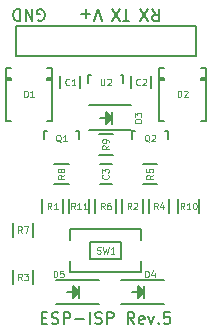
<source format=gto>
G04 #@! TF.FileFunction,Legend,Top*
%FSLAX46Y46*%
G04 Gerber Fmt 4.6, Leading zero omitted, Abs format (unit mm)*
G04 Created by KiCad (PCBNEW 4.0.5) date Sat Mar 11 22:07:51 2017*
%MOMM*%
%LPD*%
G01*
G04 APERTURE LIST*
%ADD10C,0.101600*%
%ADD11C,0.200000*%
%ADD12C,0.150000*%
%ADD13C,0.152400*%
%ADD14C,0.125000*%
%ADD15O,2.000000X1.500000*%
%ADD16R,1.500000X1.500000*%
%ADD17O,2.032000X2.032000*%
%ADD18R,2.032000X2.032000*%
%ADD19R,2.500000X2.000000*%
%ADD20R,1.300000X0.700000*%
%ADD21R,0.700000X1.300000*%
%ADD22R,1.250000X1.000000*%
%ADD23R,0.800100X0.800100*%
%ADD24R,1.000000X1.250000*%
%ADD25R,1.597660X1.800860*%
G04 APERTURE END LIST*
D10*
D11*
X55916666Y-24547619D02*
X56250000Y-25023810D01*
X56488095Y-24547619D02*
X56488095Y-25547619D01*
X56107142Y-25547619D01*
X56011904Y-25500000D01*
X55964285Y-25452381D01*
X55916666Y-25357143D01*
X55916666Y-25214286D01*
X55964285Y-25119048D01*
X56011904Y-25071429D01*
X56107142Y-25023810D01*
X56488095Y-25023810D01*
X55583333Y-25547619D02*
X54916666Y-24547619D01*
X54916666Y-25547619D02*
X55583333Y-24547619D01*
X54011905Y-25547619D02*
X53440476Y-25547619D01*
X53726191Y-24547619D02*
X53726191Y-25547619D01*
X53202381Y-25547619D02*
X52535714Y-24547619D01*
X52535714Y-25547619D02*
X53202381Y-24547619D01*
X51702381Y-25547619D02*
X51369048Y-24547619D01*
X51035714Y-25547619D01*
X50702381Y-24928571D02*
X49940476Y-24928571D01*
X50321428Y-24547619D02*
X50321428Y-25309524D01*
X46261904Y-25500000D02*
X46357142Y-25547619D01*
X46499999Y-25547619D01*
X46642857Y-25500000D01*
X46738095Y-25404762D01*
X46785714Y-25309524D01*
X46833333Y-25119048D01*
X46833333Y-24976190D01*
X46785714Y-24785714D01*
X46738095Y-24690476D01*
X46642857Y-24595238D01*
X46499999Y-24547619D01*
X46404761Y-24547619D01*
X46261904Y-24595238D01*
X46214285Y-24642857D01*
X46214285Y-24976190D01*
X46404761Y-24976190D01*
X45785714Y-24547619D02*
X45785714Y-25547619D01*
X45214285Y-24547619D01*
X45214285Y-25547619D01*
X44738095Y-24547619D02*
X44738095Y-25547619D01*
X44500000Y-25547619D01*
X44357142Y-25500000D01*
X44261904Y-25404762D01*
X44214285Y-25309524D01*
X44166666Y-25119048D01*
X44166666Y-24976190D01*
X44214285Y-24785714D01*
X44261904Y-24690476D01*
X44357142Y-24595238D01*
X44500000Y-24547619D01*
X44738095Y-24547619D01*
X46571429Y-50678571D02*
X46904763Y-50678571D01*
X47047620Y-51202381D02*
X46571429Y-51202381D01*
X46571429Y-50202381D01*
X47047620Y-50202381D01*
X47428572Y-51154762D02*
X47571429Y-51202381D01*
X47809525Y-51202381D01*
X47904763Y-51154762D01*
X47952382Y-51107143D01*
X48000001Y-51011905D01*
X48000001Y-50916667D01*
X47952382Y-50821429D01*
X47904763Y-50773810D01*
X47809525Y-50726190D01*
X47619048Y-50678571D01*
X47523810Y-50630952D01*
X47476191Y-50583333D01*
X47428572Y-50488095D01*
X47428572Y-50392857D01*
X47476191Y-50297619D01*
X47523810Y-50250000D01*
X47619048Y-50202381D01*
X47857144Y-50202381D01*
X48000001Y-50250000D01*
X48428572Y-51202381D02*
X48428572Y-50202381D01*
X48809525Y-50202381D01*
X48904763Y-50250000D01*
X48952382Y-50297619D01*
X49000001Y-50392857D01*
X49000001Y-50535714D01*
X48952382Y-50630952D01*
X48904763Y-50678571D01*
X48809525Y-50726190D01*
X48428572Y-50726190D01*
X49428572Y-50821429D02*
X50190477Y-50821429D01*
X50666667Y-51202381D02*
X50666667Y-50202381D01*
X51095238Y-51154762D02*
X51238095Y-51202381D01*
X51476191Y-51202381D01*
X51571429Y-51154762D01*
X51619048Y-51107143D01*
X51666667Y-51011905D01*
X51666667Y-50916667D01*
X51619048Y-50821429D01*
X51571429Y-50773810D01*
X51476191Y-50726190D01*
X51285714Y-50678571D01*
X51190476Y-50630952D01*
X51142857Y-50583333D01*
X51095238Y-50488095D01*
X51095238Y-50392857D01*
X51142857Y-50297619D01*
X51190476Y-50250000D01*
X51285714Y-50202381D01*
X51523810Y-50202381D01*
X51666667Y-50250000D01*
X52095238Y-51202381D02*
X52095238Y-50202381D01*
X52476191Y-50202381D01*
X52571429Y-50250000D01*
X52619048Y-50297619D01*
X52666667Y-50392857D01*
X52666667Y-50535714D01*
X52619048Y-50630952D01*
X52571429Y-50678571D01*
X52476191Y-50726190D01*
X52095238Y-50726190D01*
X54428572Y-51202381D02*
X54095238Y-50726190D01*
X53857143Y-51202381D02*
X53857143Y-50202381D01*
X54238096Y-50202381D01*
X54333334Y-50250000D01*
X54380953Y-50297619D01*
X54428572Y-50392857D01*
X54428572Y-50535714D01*
X54380953Y-50630952D01*
X54333334Y-50678571D01*
X54238096Y-50726190D01*
X53857143Y-50726190D01*
X55238096Y-51154762D02*
X55142858Y-51202381D01*
X54952381Y-51202381D01*
X54857143Y-51154762D01*
X54809524Y-51059524D01*
X54809524Y-50678571D01*
X54857143Y-50583333D01*
X54952381Y-50535714D01*
X55142858Y-50535714D01*
X55238096Y-50583333D01*
X55285715Y-50678571D01*
X55285715Y-50773810D01*
X54809524Y-50869048D01*
X55619048Y-50535714D02*
X55857143Y-51202381D01*
X56095239Y-50535714D01*
X56476191Y-51107143D02*
X56523810Y-51154762D01*
X56476191Y-51202381D01*
X56428572Y-51154762D01*
X56476191Y-51107143D01*
X56476191Y-51202381D01*
X57428572Y-50202381D02*
X56952381Y-50202381D01*
X56904762Y-50678571D01*
X56952381Y-50630952D01*
X57047619Y-50583333D01*
X57285715Y-50583333D01*
X57380953Y-50630952D01*
X57428572Y-50678571D01*
X57476191Y-50773810D01*
X57476191Y-51011905D01*
X57428572Y-51107143D01*
X57380953Y-51154762D01*
X57285715Y-51202381D01*
X57047619Y-51202381D01*
X56952381Y-51154762D01*
X56904762Y-51107143D01*
D12*
X49000000Y-45900000D02*
X49000000Y-46800000D01*
X49000000Y-43200000D02*
X49000000Y-44100000D01*
X55000000Y-45900000D02*
X55000000Y-46800000D01*
X55000000Y-43200000D02*
X55000000Y-44100000D01*
X53300000Y-44300000D02*
X53300000Y-45700000D01*
X50700000Y-44300000D02*
X50700000Y-45700000D01*
X53300000Y-45700000D02*
X50700000Y-45700000D01*
X53300000Y-44300000D02*
X50700000Y-44300000D01*
X49000000Y-43200000D02*
X55000000Y-43200000D01*
X55000000Y-46800000D02*
X49000000Y-46800000D01*
D13*
X59620000Y-25980000D02*
X44380000Y-25980000D01*
X44380000Y-28520000D02*
X59620000Y-28520000D01*
X59620000Y-28520000D02*
X59620000Y-25980000D01*
X44380000Y-25980000D02*
X44380000Y-28520000D01*
D12*
X47450000Y-29500000D02*
X47050000Y-29500000D01*
X43550000Y-29500000D02*
X43950000Y-29500000D01*
X43550000Y-34000000D02*
X43950000Y-34000000D01*
X47450000Y-34000000D02*
X47050000Y-34000000D01*
X43550000Y-30400000D02*
X43950000Y-30400000D01*
X43950000Y-30400000D02*
X43950000Y-30550000D01*
X43950000Y-30550000D02*
X43550000Y-30550000D01*
X47450000Y-30400000D02*
X47050000Y-30400000D01*
X47050000Y-30400000D02*
X47050000Y-30550000D01*
X47050000Y-30550000D02*
X47450000Y-30550000D01*
X47450000Y-29500000D02*
X47450000Y-34000000D01*
X43550000Y-34000000D02*
X43550000Y-29500000D01*
X60450000Y-29500000D02*
X60050000Y-29500000D01*
X56550000Y-29500000D02*
X56950000Y-29500000D01*
X56550000Y-34000000D02*
X56950000Y-34000000D01*
X60450000Y-34000000D02*
X60050000Y-34000000D01*
X56550000Y-30400000D02*
X56950000Y-30400000D01*
X56950000Y-30400000D02*
X56950000Y-30550000D01*
X56950000Y-30550000D02*
X56550000Y-30550000D01*
X60450000Y-30400000D02*
X60050000Y-30400000D01*
X60050000Y-30400000D02*
X60050000Y-30550000D01*
X60050000Y-30550000D02*
X60450000Y-30550000D01*
X60450000Y-29500000D02*
X60450000Y-34000000D01*
X56550000Y-34000000D02*
X56550000Y-29500000D01*
X48375000Y-40650000D02*
X48375000Y-41850000D01*
X46625000Y-41850000D02*
X46625000Y-40650000D01*
X53375000Y-41850000D02*
X53375000Y-40650000D01*
X55125000Y-40650000D02*
X55125000Y-41850000D01*
X44125000Y-47850000D02*
X44125000Y-46650000D01*
X45875000Y-46650000D02*
X45875000Y-47850000D01*
X55625000Y-41850000D02*
X55625000Y-40650000D01*
X57375000Y-40650000D02*
X57375000Y-41850000D01*
X55150000Y-37625000D02*
X56350000Y-37625000D01*
X56350000Y-39375000D02*
X55150000Y-39375000D01*
X49850000Y-31250000D02*
X49850000Y-30250000D01*
X48150000Y-30250000D02*
X48150000Y-31250000D01*
X54150000Y-30250000D02*
X54150000Y-31250000D01*
X55850000Y-31250000D02*
X55850000Y-30250000D01*
X53299160Y-30099760D02*
X53250900Y-30099760D01*
X50500180Y-30800800D02*
X50500180Y-30099760D01*
X50500180Y-30099760D02*
X50749100Y-30099760D01*
X53299160Y-30099760D02*
X53499820Y-30099760D01*
X53499820Y-30099760D02*
X53499820Y-30800800D01*
X51500000Y-39350000D02*
X52500000Y-39350000D01*
X52500000Y-37650000D02*
X51500000Y-37650000D01*
X54150000Y-32700000D02*
X50550000Y-32700000D01*
X54150000Y-34800000D02*
X50550000Y-34800000D01*
X52100000Y-34050000D02*
X52100000Y-33450000D01*
X52100000Y-33450000D02*
X52400000Y-33750000D01*
X52400000Y-33750000D02*
X52200000Y-33950000D01*
X52200000Y-33950000D02*
X52200000Y-33700000D01*
X52200000Y-33700000D02*
X52250000Y-33750000D01*
X52500000Y-34250000D02*
X52500000Y-33250000D01*
X52000000Y-33750000D02*
X51500000Y-33750000D01*
X52500000Y-33750000D02*
X52000000Y-34250000D01*
X52000000Y-34250000D02*
X52000000Y-33250000D01*
X52000000Y-33250000D02*
X52500000Y-33750000D01*
X56900000Y-47450000D02*
X53300000Y-47450000D01*
X56900000Y-49550000D02*
X53300000Y-49550000D01*
X54850000Y-48800000D02*
X54850000Y-48200000D01*
X54850000Y-48200000D02*
X55150000Y-48500000D01*
X55150000Y-48500000D02*
X54950000Y-48700000D01*
X54950000Y-48700000D02*
X54950000Y-48450000D01*
X54950000Y-48450000D02*
X55000000Y-48500000D01*
X55250000Y-49000000D02*
X55250000Y-48000000D01*
X54750000Y-48500000D02*
X54250000Y-48500000D01*
X55250000Y-48500000D02*
X54750000Y-49000000D01*
X54750000Y-49000000D02*
X54750000Y-48000000D01*
X54750000Y-48000000D02*
X55250000Y-48500000D01*
X51400000Y-47450000D02*
X47800000Y-47450000D01*
X51400000Y-49550000D02*
X47800000Y-49550000D01*
X49350000Y-48800000D02*
X49350000Y-48200000D01*
X49350000Y-48200000D02*
X49650000Y-48500000D01*
X49650000Y-48500000D02*
X49450000Y-48700000D01*
X49450000Y-48700000D02*
X49450000Y-48450000D01*
X49450000Y-48450000D02*
X49500000Y-48500000D01*
X49750000Y-49000000D02*
X49750000Y-48000000D01*
X49250000Y-48500000D02*
X48750000Y-48500000D01*
X49750000Y-48500000D02*
X49250000Y-49000000D01*
X49250000Y-49000000D02*
X49250000Y-48000000D01*
X49250000Y-48000000D02*
X49750000Y-48500000D01*
X49549160Y-34849760D02*
X49500900Y-34849760D01*
X46750180Y-35550800D02*
X46750180Y-34849760D01*
X46750180Y-34849760D02*
X46999100Y-34849760D01*
X49549160Y-34849760D02*
X49749820Y-34849760D01*
X49749820Y-34849760D02*
X49749820Y-35550800D01*
X57049160Y-34849760D02*
X57000900Y-34849760D01*
X54250180Y-35550800D02*
X54250180Y-34849760D01*
X54250180Y-34849760D02*
X54499100Y-34849760D01*
X57049160Y-34849760D02*
X57249820Y-34849760D01*
X57249820Y-34849760D02*
X57249820Y-35550800D01*
X52875000Y-40650000D02*
X52875000Y-41850000D01*
X51125000Y-41850000D02*
X51125000Y-40650000D01*
X45875000Y-42650000D02*
X45875000Y-43850000D01*
X44125000Y-43850000D02*
X44125000Y-42650000D01*
X48850000Y-39375000D02*
X47650000Y-39375000D01*
X47650000Y-37625000D02*
X48850000Y-37625000D01*
X52600000Y-36875000D02*
X51400000Y-36875000D01*
X51400000Y-35125000D02*
X52600000Y-35125000D01*
X59875000Y-40650000D02*
X59875000Y-41850000D01*
X58125000Y-41850000D02*
X58125000Y-40650000D01*
X48875000Y-41850000D02*
X48875000Y-40650000D01*
X50625000Y-40650000D02*
X50625000Y-41850000D01*
D10*
D14*
X51266667Y-45222619D02*
X51345238Y-45248810D01*
X51476191Y-45248810D01*
X51528572Y-45222619D01*
X51554762Y-45196429D01*
X51580953Y-45144048D01*
X51580953Y-45091667D01*
X51554762Y-45039286D01*
X51528572Y-45013095D01*
X51476191Y-44986905D01*
X51371429Y-44960714D01*
X51319048Y-44934524D01*
X51292857Y-44908333D01*
X51266667Y-44855952D01*
X51266667Y-44803571D01*
X51292857Y-44751190D01*
X51319048Y-44725000D01*
X51371429Y-44698810D01*
X51502381Y-44698810D01*
X51580953Y-44725000D01*
X51764286Y-44698810D02*
X51895239Y-45248810D01*
X52000001Y-44855952D01*
X52104763Y-45248810D01*
X52235715Y-44698810D01*
X52733334Y-45248810D02*
X52419048Y-45248810D01*
X52576191Y-45248810D02*
X52576191Y-44698810D01*
X52523810Y-44777381D01*
X52471429Y-44829762D01*
X52419048Y-44855952D01*
X45094047Y-31998810D02*
X45094047Y-31448810D01*
X45225000Y-31448810D01*
X45303571Y-31475000D01*
X45355952Y-31527381D01*
X45382143Y-31579762D01*
X45408333Y-31684524D01*
X45408333Y-31763095D01*
X45382143Y-31867857D01*
X45355952Y-31920238D01*
X45303571Y-31972619D01*
X45225000Y-31998810D01*
X45094047Y-31998810D01*
X45932143Y-31998810D02*
X45617857Y-31998810D01*
X45775000Y-31998810D02*
X45775000Y-31448810D01*
X45722619Y-31527381D01*
X45670238Y-31579762D01*
X45617857Y-31605952D01*
X58094047Y-31998810D02*
X58094047Y-31448810D01*
X58225000Y-31448810D01*
X58303571Y-31475000D01*
X58355952Y-31527381D01*
X58382143Y-31579762D01*
X58408333Y-31684524D01*
X58408333Y-31763095D01*
X58382143Y-31867857D01*
X58355952Y-31920238D01*
X58303571Y-31972619D01*
X58225000Y-31998810D01*
X58094047Y-31998810D01*
X58617857Y-31501190D02*
X58644047Y-31475000D01*
X58696428Y-31448810D01*
X58827381Y-31448810D01*
X58879762Y-31475000D01*
X58905952Y-31501190D01*
X58932143Y-31553571D01*
X58932143Y-31605952D01*
X58905952Y-31684524D01*
X58591666Y-31998810D01*
X58932143Y-31998810D01*
X47408333Y-41498810D02*
X47225000Y-41236905D01*
X47094047Y-41498810D02*
X47094047Y-40948810D01*
X47303571Y-40948810D01*
X47355952Y-40975000D01*
X47382143Y-41001190D01*
X47408333Y-41053571D01*
X47408333Y-41132143D01*
X47382143Y-41184524D01*
X47355952Y-41210714D01*
X47303571Y-41236905D01*
X47094047Y-41236905D01*
X47932143Y-41498810D02*
X47617857Y-41498810D01*
X47775000Y-41498810D02*
X47775000Y-40948810D01*
X47722619Y-41027381D01*
X47670238Y-41079762D01*
X47617857Y-41105952D01*
X54158333Y-41498810D02*
X53975000Y-41236905D01*
X53844047Y-41498810D02*
X53844047Y-40948810D01*
X54053571Y-40948810D01*
X54105952Y-40975000D01*
X54132143Y-41001190D01*
X54158333Y-41053571D01*
X54158333Y-41132143D01*
X54132143Y-41184524D01*
X54105952Y-41210714D01*
X54053571Y-41236905D01*
X53844047Y-41236905D01*
X54367857Y-41001190D02*
X54394047Y-40975000D01*
X54446428Y-40948810D01*
X54577381Y-40948810D01*
X54629762Y-40975000D01*
X54655952Y-41001190D01*
X54682143Y-41053571D01*
X54682143Y-41105952D01*
X54655952Y-41184524D01*
X54341666Y-41498810D01*
X54682143Y-41498810D01*
X44908333Y-47498810D02*
X44725000Y-47236905D01*
X44594047Y-47498810D02*
X44594047Y-46948810D01*
X44803571Y-46948810D01*
X44855952Y-46975000D01*
X44882143Y-47001190D01*
X44908333Y-47053571D01*
X44908333Y-47132143D01*
X44882143Y-47184524D01*
X44855952Y-47210714D01*
X44803571Y-47236905D01*
X44594047Y-47236905D01*
X45091666Y-46948810D02*
X45432143Y-46948810D01*
X45248809Y-47158333D01*
X45327381Y-47158333D01*
X45379762Y-47184524D01*
X45405952Y-47210714D01*
X45432143Y-47263095D01*
X45432143Y-47394048D01*
X45405952Y-47446429D01*
X45379762Y-47472619D01*
X45327381Y-47498810D01*
X45170238Y-47498810D01*
X45117857Y-47472619D01*
X45091666Y-47446429D01*
X56408333Y-41498810D02*
X56225000Y-41236905D01*
X56094047Y-41498810D02*
X56094047Y-40948810D01*
X56303571Y-40948810D01*
X56355952Y-40975000D01*
X56382143Y-41001190D01*
X56408333Y-41053571D01*
X56408333Y-41132143D01*
X56382143Y-41184524D01*
X56355952Y-41210714D01*
X56303571Y-41236905D01*
X56094047Y-41236905D01*
X56879762Y-41132143D02*
X56879762Y-41498810D01*
X56748809Y-40922619D02*
X56617857Y-41315476D01*
X56958333Y-41315476D01*
X55998810Y-38591667D02*
X55736905Y-38775000D01*
X55998810Y-38905953D02*
X55448810Y-38905953D01*
X55448810Y-38696429D01*
X55475000Y-38644048D01*
X55501190Y-38617857D01*
X55553571Y-38591667D01*
X55632143Y-38591667D01*
X55684524Y-38617857D01*
X55710714Y-38644048D01*
X55736905Y-38696429D01*
X55736905Y-38905953D01*
X55448810Y-38094048D02*
X55448810Y-38355953D01*
X55710714Y-38382143D01*
X55684524Y-38355953D01*
X55658333Y-38303572D01*
X55658333Y-38172619D01*
X55684524Y-38120238D01*
X55710714Y-38094048D01*
X55763095Y-38067857D01*
X55894048Y-38067857D01*
X55946429Y-38094048D01*
X55972619Y-38120238D01*
X55998810Y-38172619D01*
X55998810Y-38303572D01*
X55972619Y-38355953D01*
X55946429Y-38382143D01*
X48908333Y-30946429D02*
X48882143Y-30972619D01*
X48803571Y-30998810D01*
X48751190Y-30998810D01*
X48672619Y-30972619D01*
X48620238Y-30920238D01*
X48594047Y-30867857D01*
X48567857Y-30763095D01*
X48567857Y-30684524D01*
X48594047Y-30579762D01*
X48620238Y-30527381D01*
X48672619Y-30475000D01*
X48751190Y-30448810D01*
X48803571Y-30448810D01*
X48882143Y-30475000D01*
X48908333Y-30501190D01*
X49432143Y-30998810D02*
X49117857Y-30998810D01*
X49275000Y-30998810D02*
X49275000Y-30448810D01*
X49222619Y-30527381D01*
X49170238Y-30579762D01*
X49117857Y-30605952D01*
X54908333Y-30946429D02*
X54882143Y-30972619D01*
X54803571Y-30998810D01*
X54751190Y-30998810D01*
X54672619Y-30972619D01*
X54620238Y-30920238D01*
X54594047Y-30867857D01*
X54567857Y-30763095D01*
X54567857Y-30684524D01*
X54594047Y-30579762D01*
X54620238Y-30527381D01*
X54672619Y-30475000D01*
X54751190Y-30448810D01*
X54803571Y-30448810D01*
X54882143Y-30475000D01*
X54908333Y-30501190D01*
X55117857Y-30501190D02*
X55144047Y-30475000D01*
X55196428Y-30448810D01*
X55327381Y-30448810D01*
X55379762Y-30475000D01*
X55405952Y-30501190D01*
X55432143Y-30553571D01*
X55432143Y-30605952D01*
X55405952Y-30684524D01*
X55091666Y-30998810D01*
X55432143Y-30998810D01*
X51580952Y-30448810D02*
X51580952Y-30894048D01*
X51607143Y-30946429D01*
X51633333Y-30972619D01*
X51685714Y-30998810D01*
X51790476Y-30998810D01*
X51842857Y-30972619D01*
X51869048Y-30946429D01*
X51895238Y-30894048D01*
X51895238Y-30448810D01*
X52130952Y-30501190D02*
X52157142Y-30475000D01*
X52209523Y-30448810D01*
X52340476Y-30448810D01*
X52392857Y-30475000D01*
X52419047Y-30501190D01*
X52445238Y-30553571D01*
X52445238Y-30605952D01*
X52419047Y-30684524D01*
X52104761Y-30998810D01*
X52445238Y-30998810D01*
X52196429Y-38591667D02*
X52222619Y-38617857D01*
X52248810Y-38696429D01*
X52248810Y-38748810D01*
X52222619Y-38827381D01*
X52170238Y-38879762D01*
X52117857Y-38905953D01*
X52013095Y-38932143D01*
X51934524Y-38932143D01*
X51829762Y-38905953D01*
X51777381Y-38879762D01*
X51725000Y-38827381D01*
X51698810Y-38748810D01*
X51698810Y-38696429D01*
X51725000Y-38617857D01*
X51751190Y-38591667D01*
X51698810Y-38408334D02*
X51698810Y-38067857D01*
X51908333Y-38251191D01*
X51908333Y-38172619D01*
X51934524Y-38120238D01*
X51960714Y-38094048D01*
X52013095Y-38067857D01*
X52144048Y-38067857D01*
X52196429Y-38094048D01*
X52222619Y-38120238D01*
X52248810Y-38172619D01*
X52248810Y-38329762D01*
X52222619Y-38382143D01*
X52196429Y-38408334D01*
X54998810Y-34155953D02*
X54448810Y-34155953D01*
X54448810Y-34025000D01*
X54475000Y-33946429D01*
X54527381Y-33894048D01*
X54579762Y-33867857D01*
X54684524Y-33841667D01*
X54763095Y-33841667D01*
X54867857Y-33867857D01*
X54920238Y-33894048D01*
X54972619Y-33946429D01*
X54998810Y-34025000D01*
X54998810Y-34155953D01*
X54448810Y-33658334D02*
X54448810Y-33317857D01*
X54658333Y-33501191D01*
X54658333Y-33422619D01*
X54684524Y-33370238D01*
X54710714Y-33344048D01*
X54763095Y-33317857D01*
X54894048Y-33317857D01*
X54946429Y-33344048D01*
X54972619Y-33370238D01*
X54998810Y-33422619D01*
X54998810Y-33579762D01*
X54972619Y-33632143D01*
X54946429Y-33658334D01*
X55344047Y-47248810D02*
X55344047Y-46698810D01*
X55475000Y-46698810D01*
X55553571Y-46725000D01*
X55605952Y-46777381D01*
X55632143Y-46829762D01*
X55658333Y-46934524D01*
X55658333Y-47013095D01*
X55632143Y-47117857D01*
X55605952Y-47170238D01*
X55553571Y-47222619D01*
X55475000Y-47248810D01*
X55344047Y-47248810D01*
X56129762Y-46882143D02*
X56129762Y-47248810D01*
X55998809Y-46672619D02*
X55867857Y-47065476D01*
X56208333Y-47065476D01*
X47594047Y-47248810D02*
X47594047Y-46698810D01*
X47725000Y-46698810D01*
X47803571Y-46725000D01*
X47855952Y-46777381D01*
X47882143Y-46829762D01*
X47908333Y-46934524D01*
X47908333Y-47013095D01*
X47882143Y-47117857D01*
X47855952Y-47170238D01*
X47803571Y-47222619D01*
X47725000Y-47248810D01*
X47594047Y-47248810D01*
X48405952Y-46698810D02*
X48144047Y-46698810D01*
X48117857Y-46960714D01*
X48144047Y-46934524D01*
X48196428Y-46908333D01*
X48327381Y-46908333D01*
X48379762Y-46934524D01*
X48405952Y-46960714D01*
X48432143Y-47013095D01*
X48432143Y-47144048D01*
X48405952Y-47196429D01*
X48379762Y-47222619D01*
X48327381Y-47248810D01*
X48196428Y-47248810D01*
X48144047Y-47222619D01*
X48117857Y-47196429D01*
X48197619Y-35801190D02*
X48145238Y-35775000D01*
X48092857Y-35722619D01*
X48014286Y-35644048D01*
X47961905Y-35617857D01*
X47909524Y-35617857D01*
X47935714Y-35748810D02*
X47883333Y-35722619D01*
X47830952Y-35670238D01*
X47804762Y-35565476D01*
X47804762Y-35382143D01*
X47830952Y-35277381D01*
X47883333Y-35225000D01*
X47935714Y-35198810D01*
X48040476Y-35198810D01*
X48092857Y-35225000D01*
X48145238Y-35277381D01*
X48171429Y-35382143D01*
X48171429Y-35565476D01*
X48145238Y-35670238D01*
X48092857Y-35722619D01*
X48040476Y-35748810D01*
X47935714Y-35748810D01*
X48695238Y-35748810D02*
X48380952Y-35748810D01*
X48538095Y-35748810D02*
X48538095Y-35198810D01*
X48485714Y-35277381D01*
X48433333Y-35329762D01*
X48380952Y-35355952D01*
X55697619Y-35801190D02*
X55645238Y-35775000D01*
X55592857Y-35722619D01*
X55514286Y-35644048D01*
X55461905Y-35617857D01*
X55409524Y-35617857D01*
X55435714Y-35748810D02*
X55383333Y-35722619D01*
X55330952Y-35670238D01*
X55304762Y-35565476D01*
X55304762Y-35382143D01*
X55330952Y-35277381D01*
X55383333Y-35225000D01*
X55435714Y-35198810D01*
X55540476Y-35198810D01*
X55592857Y-35225000D01*
X55645238Y-35277381D01*
X55671429Y-35382143D01*
X55671429Y-35565476D01*
X55645238Y-35670238D01*
X55592857Y-35722619D01*
X55540476Y-35748810D01*
X55435714Y-35748810D01*
X55880952Y-35251190D02*
X55907142Y-35225000D01*
X55959523Y-35198810D01*
X56090476Y-35198810D01*
X56142857Y-35225000D01*
X56169047Y-35251190D01*
X56195238Y-35303571D01*
X56195238Y-35355952D01*
X56169047Y-35434524D01*
X55854761Y-35748810D01*
X56195238Y-35748810D01*
X51908333Y-41498810D02*
X51725000Y-41236905D01*
X51594047Y-41498810D02*
X51594047Y-40948810D01*
X51803571Y-40948810D01*
X51855952Y-40975000D01*
X51882143Y-41001190D01*
X51908333Y-41053571D01*
X51908333Y-41132143D01*
X51882143Y-41184524D01*
X51855952Y-41210714D01*
X51803571Y-41236905D01*
X51594047Y-41236905D01*
X52379762Y-40948810D02*
X52275000Y-40948810D01*
X52222619Y-40975000D01*
X52196428Y-41001190D01*
X52144047Y-41079762D01*
X52117857Y-41184524D01*
X52117857Y-41394048D01*
X52144047Y-41446429D01*
X52170238Y-41472619D01*
X52222619Y-41498810D01*
X52327381Y-41498810D01*
X52379762Y-41472619D01*
X52405952Y-41446429D01*
X52432143Y-41394048D01*
X52432143Y-41263095D01*
X52405952Y-41210714D01*
X52379762Y-41184524D01*
X52327381Y-41158333D01*
X52222619Y-41158333D01*
X52170238Y-41184524D01*
X52144047Y-41210714D01*
X52117857Y-41263095D01*
X44908333Y-43498810D02*
X44725000Y-43236905D01*
X44594047Y-43498810D02*
X44594047Y-42948810D01*
X44803571Y-42948810D01*
X44855952Y-42975000D01*
X44882143Y-43001190D01*
X44908333Y-43053571D01*
X44908333Y-43132143D01*
X44882143Y-43184524D01*
X44855952Y-43210714D01*
X44803571Y-43236905D01*
X44594047Y-43236905D01*
X45091666Y-42948810D02*
X45458333Y-42948810D01*
X45222619Y-43498810D01*
X48498810Y-38591667D02*
X48236905Y-38775000D01*
X48498810Y-38905953D02*
X47948810Y-38905953D01*
X47948810Y-38696429D01*
X47975000Y-38644048D01*
X48001190Y-38617857D01*
X48053571Y-38591667D01*
X48132143Y-38591667D01*
X48184524Y-38617857D01*
X48210714Y-38644048D01*
X48236905Y-38696429D01*
X48236905Y-38905953D01*
X48184524Y-38277381D02*
X48158333Y-38329762D01*
X48132143Y-38355953D01*
X48079762Y-38382143D01*
X48053571Y-38382143D01*
X48001190Y-38355953D01*
X47975000Y-38329762D01*
X47948810Y-38277381D01*
X47948810Y-38172619D01*
X47975000Y-38120238D01*
X48001190Y-38094048D01*
X48053571Y-38067857D01*
X48079762Y-38067857D01*
X48132143Y-38094048D01*
X48158333Y-38120238D01*
X48184524Y-38172619D01*
X48184524Y-38277381D01*
X48210714Y-38329762D01*
X48236905Y-38355953D01*
X48289286Y-38382143D01*
X48394048Y-38382143D01*
X48446429Y-38355953D01*
X48472619Y-38329762D01*
X48498810Y-38277381D01*
X48498810Y-38172619D01*
X48472619Y-38120238D01*
X48446429Y-38094048D01*
X48394048Y-38067857D01*
X48289286Y-38067857D01*
X48236905Y-38094048D01*
X48210714Y-38120238D01*
X48184524Y-38172619D01*
X52248810Y-36091667D02*
X51986905Y-36275000D01*
X52248810Y-36405953D02*
X51698810Y-36405953D01*
X51698810Y-36196429D01*
X51725000Y-36144048D01*
X51751190Y-36117857D01*
X51803571Y-36091667D01*
X51882143Y-36091667D01*
X51934524Y-36117857D01*
X51960714Y-36144048D01*
X51986905Y-36196429D01*
X51986905Y-36405953D01*
X52248810Y-35829762D02*
X52248810Y-35725000D01*
X52222619Y-35672619D01*
X52196429Y-35646429D01*
X52117857Y-35594048D01*
X52013095Y-35567857D01*
X51803571Y-35567857D01*
X51751190Y-35594048D01*
X51725000Y-35620238D01*
X51698810Y-35672619D01*
X51698810Y-35777381D01*
X51725000Y-35829762D01*
X51751190Y-35855953D01*
X51803571Y-35882143D01*
X51934524Y-35882143D01*
X51986905Y-35855953D01*
X52013095Y-35829762D01*
X52039286Y-35777381D01*
X52039286Y-35672619D01*
X52013095Y-35620238D01*
X51986905Y-35594048D01*
X51934524Y-35567857D01*
X58646428Y-41498810D02*
X58463095Y-41236905D01*
X58332142Y-41498810D02*
X58332142Y-40948810D01*
X58541666Y-40948810D01*
X58594047Y-40975000D01*
X58620238Y-41001190D01*
X58646428Y-41053571D01*
X58646428Y-41132143D01*
X58620238Y-41184524D01*
X58594047Y-41210714D01*
X58541666Y-41236905D01*
X58332142Y-41236905D01*
X59170238Y-41498810D02*
X58855952Y-41498810D01*
X59013095Y-41498810D02*
X59013095Y-40948810D01*
X58960714Y-41027381D01*
X58908333Y-41079762D01*
X58855952Y-41105952D01*
X59510714Y-40948810D02*
X59563095Y-40948810D01*
X59615476Y-40975000D01*
X59641667Y-41001190D01*
X59667857Y-41053571D01*
X59694048Y-41158333D01*
X59694048Y-41289286D01*
X59667857Y-41394048D01*
X59641667Y-41446429D01*
X59615476Y-41472619D01*
X59563095Y-41498810D01*
X59510714Y-41498810D01*
X59458333Y-41472619D01*
X59432143Y-41446429D01*
X59405952Y-41394048D01*
X59379762Y-41289286D01*
X59379762Y-41158333D01*
X59405952Y-41053571D01*
X59432143Y-41001190D01*
X59458333Y-40975000D01*
X59510714Y-40948810D01*
X49396428Y-41498810D02*
X49213095Y-41236905D01*
X49082142Y-41498810D02*
X49082142Y-40948810D01*
X49291666Y-40948810D01*
X49344047Y-40975000D01*
X49370238Y-41001190D01*
X49396428Y-41053571D01*
X49396428Y-41132143D01*
X49370238Y-41184524D01*
X49344047Y-41210714D01*
X49291666Y-41236905D01*
X49082142Y-41236905D01*
X49920238Y-41498810D02*
X49605952Y-41498810D01*
X49763095Y-41498810D02*
X49763095Y-40948810D01*
X49710714Y-41027381D01*
X49658333Y-41079762D01*
X49605952Y-41105952D01*
X50444048Y-41498810D02*
X50129762Y-41498810D01*
X50286905Y-41498810D02*
X50286905Y-40948810D01*
X50234524Y-41027381D01*
X50182143Y-41079762D01*
X50129762Y-41105952D01*
%LPC*%
D15*
X45000000Y-36250000D03*
X45000000Y-40250000D03*
X45000000Y-50250000D03*
X59000000Y-50250000D03*
X59000000Y-48250000D03*
X59000000Y-46250000D03*
X59000000Y-44250000D03*
X59000000Y-38250000D03*
X59000000Y-36250000D03*
D16*
X55900000Y-45000000D03*
X48100000Y-45000000D03*
D17*
X58350000Y-27250000D03*
X55810000Y-27250000D03*
X53270000Y-27250000D03*
D18*
X45650000Y-27250000D03*
D17*
X48190000Y-27250000D03*
X50730000Y-27250000D03*
D19*
X45500000Y-33450000D03*
X45500000Y-30050000D03*
X58500000Y-33450000D03*
X58500000Y-30050000D03*
D20*
X47500000Y-42200000D03*
X47500000Y-40300000D03*
X54250000Y-40300000D03*
X54250000Y-42200000D03*
X45000000Y-46300000D03*
X45000000Y-48200000D03*
X56500000Y-40300000D03*
X56500000Y-42200000D03*
D21*
X56700000Y-38500000D03*
X54800000Y-38500000D03*
D22*
X49000000Y-29750000D03*
X49000000Y-31750000D03*
X55000000Y-31750000D03*
X55000000Y-29750000D03*
D23*
X51050000Y-31750760D03*
X52950000Y-31750760D03*
X52000000Y-29751780D03*
D24*
X53000000Y-38500000D03*
X51000000Y-38500000D03*
D25*
X50580140Y-33750000D03*
X53419860Y-33750000D03*
X53330140Y-48500000D03*
X56169860Y-48500000D03*
X47830140Y-48500000D03*
X50669860Y-48500000D03*
D23*
X47300000Y-36500760D03*
X49200000Y-36500760D03*
X48250000Y-34501780D03*
X54800000Y-36500760D03*
X56700000Y-36500760D03*
X55750000Y-34501780D03*
D20*
X52000000Y-42200000D03*
X52000000Y-40300000D03*
X45000000Y-44200000D03*
X45000000Y-42300000D03*
D21*
X47300000Y-38500000D03*
X49200000Y-38500000D03*
X51050000Y-36000000D03*
X52950000Y-36000000D03*
D20*
X59000000Y-42200000D03*
X59000000Y-40300000D03*
X49750000Y-40300000D03*
X49750000Y-42200000D03*
M02*

</source>
